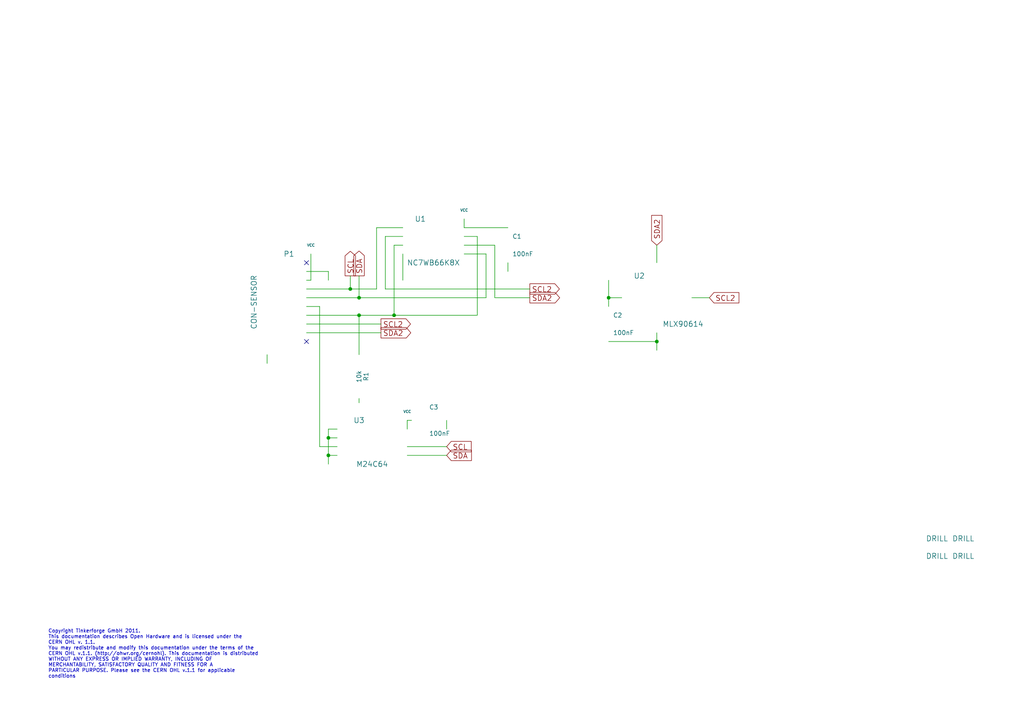
<source format=kicad_sch>
(kicad_sch (version 20230121) (generator eeschema)
  (paper "A4")
  (title_block (title "Temperature IR Bricklet") (date "14 jan 2013") (rev "1.1") (company "Tinkerforge GmbH") (comment 1 "Licensed under CERN OHL v.1.1") (comment 2 "Copyright (©) 2011, B.Nordmeyer <bastian@tinkerforge.com>"))
  (lib_symbols)
  (junction (at 95.25 132.08))
  (junction (at 104.14 91.44))
  (junction (at 101.6 83.82))
  (junction (at 95.25 127))
  (junction (at 190.5 99.06))
  (junction (at 176.53 86.36))
  (junction (at 114.3 91.44))
  (junction (at 104.14 86.36))
  (no_connect (at 88.9 99.06))
  (no_connect (at 88.9 76.2))
  (wire (pts (xy 190.5 99.06) (xy 190.5 96.52)))
  (wire (pts (xy 90.17 81.28) (xy 90.17 73.66)))
  (wire (pts (xy 119.38 121.92) (xy 118.11 121.92)))
  (wire (pts (xy 101.6 83.82) (xy 101.6 80.01)))
  (wire (pts (xy 88.9 91.44) (xy 104.14 91.44)))
  (wire (pts (xy 97.79 132.08) (xy 95.25 132.08)))
  (wire (pts (xy 118.11 121.92) (xy 118.11 124.46)))
  (wire (pts (xy 114.3 91.44) (xy 138.43 91.44)))
  (wire (pts (xy 134.62 71.12) (xy 143.51 71.12)))
  (wire (pts (xy 95.25 127) (xy 95.25 132.08)))
  (wire (pts (xy 92.71 129.54) (xy 92.71 88.9)))
  (wire (pts (xy 176.53 81.28) (xy 176.53 86.36)))
  (wire (pts (xy 88.9 83.82) (xy 101.6 83.82)))
  (wire (pts (xy 77.47 105.41) (xy 77.47 102.87)))
  (wire (pts (xy 97.79 124.46) (xy 95.25 124.46)))
  (wire (pts (xy 129.54 124.46) (xy 129.54 121.92)))
  (wire (pts (xy 95.25 132.08) (xy 95.25 134.62)))
  (wire (pts (xy 95.25 78.74) (xy 95.25 81.28)))
  (wire (pts (xy 153.67 86.36) (xy 143.51 86.36)))
  (wire (pts (xy 104.14 91.44) (xy 114.3 91.44)))
  (wire (pts (xy 190.5 101.6) (xy 190.5 99.06)))
  (wire (pts (xy 143.51 71.12) (xy 143.51 86.36)))
  (wire (pts (xy 116.84 81.28) (xy 116.84 73.66)))
  (wire (pts (xy 101.6 83.82) (xy 109.22 83.82)))
  (wire (pts (xy 134.62 66.04) (xy 147.32 66.04)))
  (wire (pts (xy 88.9 96.52) (xy 110.49 96.52)))
  (wire (pts (xy 134.62 63.5) (xy 134.62 66.04)))
  (wire (pts (xy 104.14 102.87) (xy 104.14 91.44)))
  (wire (pts (xy 138.43 68.58) (xy 134.62 68.58)))
  (wire (pts (xy 205.74 86.36) (xy 200.66 86.36)))
  (wire (pts (xy 138.43 91.44) (xy 138.43 68.58)))
  (wire (pts (xy 109.22 83.82) (xy 109.22 66.04)))
  (wire (pts (xy 92.71 129.54) (xy 97.79 129.54)))
  (wire (pts (xy 111.76 83.82) (xy 153.67 83.82)))
  (wire (pts (xy 114.3 71.12) (xy 114.3 91.44)))
  (wire (pts (xy 88.9 81.28) (xy 90.17 81.28)))
  (wire (pts (xy 176.53 86.36) (xy 176.53 88.9)))
  (wire (pts (xy 104.14 86.36) (xy 88.9 86.36)))
  (wire (pts (xy 140.97 86.36) (xy 104.14 86.36)))
  (wire (pts (xy 176.53 86.36) (xy 180.34 86.36)))
  (wire (pts (xy 111.76 68.58) (xy 111.76 83.82)))
  (wire (pts (xy 116.84 66.04) (xy 109.22 66.04)))
  (wire (pts (xy 118.11 129.54) (xy 129.54 129.54)))
  (wire (pts (xy 92.71 88.9) (xy 88.9 88.9)))
  (wire (pts (xy 140.97 73.66) (xy 140.97 86.36)))
  (wire (pts (xy 118.11 132.08) (xy 129.54 132.08)))
  (wire (pts (xy 95.25 127) (xy 97.79 127)))
  (wire (pts (xy 147.32 78.74) (xy 147.32 76.2)))
  (wire (pts (xy 104.14 86.36) (xy 104.14 80.01)))
  (wire (pts (xy 190.5 76.2) (xy 190.5 71.12)))
  (wire (pts (xy 111.76 68.58) (xy 116.84 68.58)))
  (wire (pts (xy 95.25 124.46) (xy 95.25 127)))
  (wire (pts (xy 110.49 93.98) (xy 88.9 93.98)))
  (wire (pts (xy 116.84 71.12) (xy 114.3 71.12)))
  (wire (pts (xy 176.53 99.06) (xy 190.5 99.06)))
  (wire (pts (xy 95.25 78.74) (xy 88.9 78.74)))
  (wire (pts (xy 134.62 73.66) (xy 140.97 73.66)))
  (wire (pts (xy 104.14 116.84) (xy 104.14 115.57)))
  (text "Copyright Tinkerforge GmbH 2011.\nThis documentation describes Open Hardware and is licensed under the\nCERN OHL v. 1.1.\nYou may redistribute and modify this documentation under the terms of the\nCERN OHL v.1.1. (http://ohwr.org/cernohl). This documentation is distributed\nWITHOUT ANY EXPRESS OR IMPLIED WARRANTY, INCLUDING OF\nMERCHANTABILITY, SATISFACTORY QUALITY AND FITNESS FOR A\nPARTICULAR PURPOSE. Please see the CERN OHL v.1.1 for applicable\nconditions\n" (at 13.97 196.85 0) (effects (font (size 1.016 1.016)) (justify left bottom)))
  (global_label "SCL2" (shape input) (at 205.74 86.36 0) (effects (font (size 1.524 1.524))) (property "Intersheetrefs" "${INTERSHEET_REFS}" (effects hide)))
  (global_label "SDA2" (shape output) (at 110.49 96.52 0) (effects (font (size 1.524 1.524))) (property "Intersheetrefs" "${INTERSHEET_REFS}" (effects hide)))
  (global_label "SCL" (shape output) (at 101.6 80.01 90) (effects (font (size 1.524 1.524))) (property "Intersheetrefs" "${INTERSHEET_REFS}" (effects hide)))
  (global_label "SDA" (shape input) (at 129.54 132.08 0) (effects (font (size 1.524 1.524))) (property "Intersheetrefs" "${INTERSHEET_REFS}" (effects hide)))
  (global_label "SCL2" (shape output) (at 110.49 93.98 0) (effects (font (size 1.524 1.524))) (property "Intersheetrefs" "${INTERSHEET_REFS}" (effects hide)))
  (global_label "SDA" (shape output) (at 104.14 80.01 90) (effects (font (size 1.524 1.524))) (property "Intersheetrefs" "${INTERSHEET_REFS}" (effects hide)))
  (global_label "SDA2" (shape input) (at 190.5 71.12 90) (effects (font (size 1.524 1.524))) (property "Intersheetrefs" "${INTERSHEET_REFS}" (effects hide)))
  (global_label "SCL" (shape input) (at 129.54 129.54 0) (effects (font (size 1.524 1.524))) (property "Intersheetrefs" "${INTERSHEET_REFS}" (effects hide)))
  (global_label "SDA2" (shape output) (at 153.67 86.36 0) (effects (font (size 1.524 1.524))) (property "Intersheetrefs" "${INTERSHEET_REFS}" (effects hide)))
  (global_label "SCL2" (shape output) (at 153.67 83.82 0) (effects (font (size 1.524 1.524))) (property "Intersheetrefs" "${INTERSHEET_REFS}" (effects hide)))
  (symbol (lib_id "CON-SENSOR") (at 77.47 87.63 0) (mirror y) (unit 1)
    (property "Reference" "P1" (at 83.82 73.66 0) (effects (font (size 1.524 1.524))))
    (property "Value" "CON-SENSOR" (at 73.66 87.63 90) (effects (font (size 1.524 1.524))))
    (property "Footprint" "CON-SENSOR" (effects hide))
  )
  (symbol (lib_id "GND") (at 77.47 105.41 0) (unit 1)
    (property "Reference" "#PWR012" (effects hide))
    (property "Value" "GND" (effects hide))
  )
  (symbol (lib_id "GND") (at 95.25 81.28 0) (unit 1)
    (property "Reference" "#PWR011" (effects hide))
    (property "Value" "GND" (effects hide))
  )
  (symbol (lib_id "VCC") (at 90.17 73.66 0) (unit 1)
    (property "Reference" "#PWR010" (effects hide))
    (property "Value" "VCC" (at 90.17 71.12 0) (effects (font (size 0.762 0.762))))
  )
  (symbol (lib_id "CAT24C") (at 107.95 134.62 0) (unit 1)
    (property "Reference" "U3" (at 104.14 121.92 0) (effects (font (size 1.524 1.524))))
    (property "Value" "M24C64" (at 107.95 134.62 0) (effects (font (size 1.524 1.524))))
    (property "Footprint" "TSSOP8" (effects hide))
  )
  (symbol (lib_id "GND") (at 95.25 134.62 0) (unit 1)
    (property "Reference" "#PWR09" (effects hide))
    (property "Value" "GND" (effects hide))
  )
  (symbol (lib_id "VCC") (at 118.11 121.92 0) (unit 1)
    (property "Reference" "#PWR08" (effects hide))
    (property "Value" "VCC" (at 118.11 119.38 0) (effects (font (size 0.762 0.762))))
  )
  (symbol (lib_id "MLX90614") (at 190.5 86.36 0) (unit 1)
    (property "Reference" "U2" (at 185.42 80.01 0) (effects (font (size 1.524 1.524))))
    (property "Value" "MLX90614" (at 198.12 93.98 0) (effects (font (size 1.524 1.524))))
    (property "Footprint" "TO-39" (effects hide))
  )
  (symbol (lib_id "C") (at 176.53 93.98 0) (unit 1)
    (property "Reference" "C2" (at 177.8 91.44 0) (effects (justify left)))
    (property "Value" "100nF" (at 177.8 96.52 0) (effects (justify left)))
    (property "Footprint" "C0603" (effects hide))
  )
  (symbol (lib_id "GND") (at 190.5 101.6 0) (unit 1)
    (property "Reference" "#PWR07" (effects hide))
    (property "Value" "GND" (effects hide))
  )
  (symbol (lib_id "VCC") (at 176.53 81.28 0) (unit 1)
    (property "Reference" "#PWR06" (effects hide))
    (property "Value" "VCC" (at 176.53 78.74 0) (effects (font (size 0.762 0.762))))
  )
  (symbol (lib_id "DRILL") (at 279.4 156.21 0) (unit 1)
    (property "Reference" "U5" (effects hide))
    (property "Value" "DRILL" (at 279.4 156.21 0) (effects (font (size 1.524 1.524))))
    (property "Footprint" "DRILL_NP" (effects hide))
  )
  (symbol (lib_id "DRILL") (at 279.4 161.29 0) (unit 1)
    (property "Reference" "U7" (effects hide))
    (property "Value" "DRILL" (at 279.4 161.29 0) (effects (font (size 1.524 1.524))))
    (property "Footprint" "DRILL_NP" (effects hide))
  )
  (symbol (lib_id "DRILL") (at 271.78 156.21 0) (unit 1)
    (property "Reference" "U4" (effects hide))
    (property "Value" "DRILL" (at 271.78 156.21 0) (effects (font (size 1.524 1.524))))
    (property "Footprint" "DRILL_NP" (effects hide))
  )
  (symbol (lib_id "DRILL") (at 271.78 161.29 0) (unit 1)
    (property "Reference" "U6" (effects hide))
    (property "Value" "DRILL" (at 271.78 161.29 0) (effects (font (size 1.524 1.524))))
    (property "Footprint" "DRILL_NP" (effects hide))
  )
  (symbol (lib_id "C") (at 124.46 121.92 270) (unit 1)
    (property "Reference" "C3" (at 124.46 118.11 90) (effects (justify left)))
    (property "Value" "100nF" (at 124.46 125.73 90) (effects (justify left)))
    (property "Footprint" "C0603" (effects hide))
  )
  (symbol (lib_id "GND") (at 129.54 124.46 0) (unit 1)
    (property "Reference" "#PWR05" (effects hide))
    (property "Value" "GND" (effects hide))
  )
  (symbol (lib_id "GND") (at 116.84 81.28 0) (unit 1)
    (property "Reference" "#PWR04" (effects hide))
    (property "Value" "GND" (effects hide))
  )
  (symbol (lib_id "VCC") (at 134.62 63.5 0) (unit 1)
    (property "Reference" "#PWR03" (effects hide))
    (property "Value" "VCC" (at 134.62 60.96 0) (effects (font (size 0.762 0.762))))
  )
  (symbol (lib_id "R") (at 104.14 109.22 0) (unit 1)
    (property "Reference" "R1" (at 106.172 109.22 90))
    (property "Value" "10k" (at 104.14 109.22 90))
    (property "Footprint" "R0603" (effects hide))
  )
  (symbol (lib_id "GND") (at 104.14 116.84 0) (unit 1)
    (property "Reference" "#PWR02" (effects hide))
    (property "Value" "GND" (effects hide))
  )
  (symbol (lib_id "ANALOG_SWITCH") (at 125.73 69.85 0) (unit 1)
    (property "Reference" "U1" (at 121.92 63.5 0) (effects (font (size 1.524 1.524))))
    (property "Value" "NC7WB66K8X" (at 125.73 76.2 0) (effects (font (size 1.524 1.524))))
    (property "Footprint" "VSSOP8" (effects hide))
  )
  (symbol (lib_id "C") (at 147.32 71.12 0) (unit 1)
    (property "Reference" "C1" (at 148.59 68.58 0) (effects (justify left)))
    (property "Value" "100nF" (at 148.59 73.66 0) (effects (justify left)))
    (property "Footprint" "C0603" (effects hide))
  )
  (symbol (lib_id "GND") (at 147.32 78.74 0) (unit 1)
    (property "Reference" "#PWR01" (effects hide))
    (property "Value" "GND" (effects hide))
  )
)
</source>
